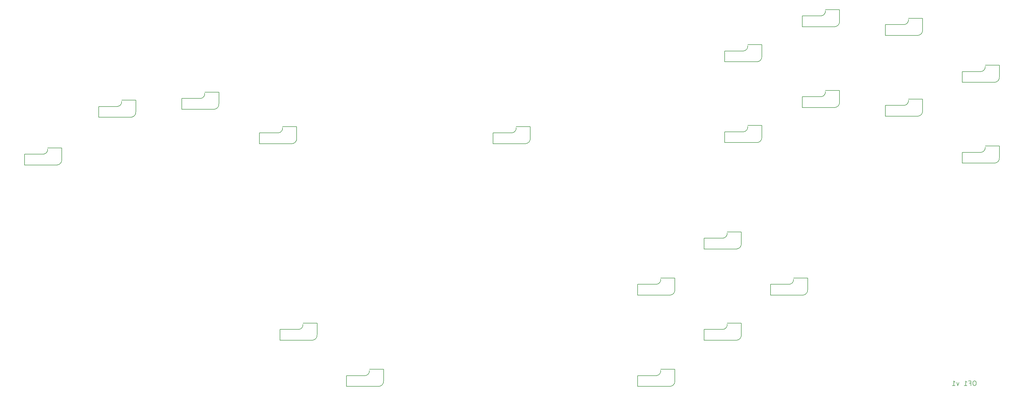
<source format=gbr>
%TF.GenerationSoftware,KiCad,Pcbnew,(6.0.5)*%
%TF.CreationDate,2022-06-18T14:01:59-07:00*%
%TF.ProjectId,OF1 v1,4f463120-7631-42e6-9b69-6361645f7063,rev?*%
%TF.SameCoordinates,Original*%
%TF.FileFunction,Legend,Bot*%
%TF.FilePolarity,Positive*%
%FSLAX46Y46*%
G04 Gerber Fmt 4.6, Leading zero omitted, Abs format (unit mm)*
G04 Created by KiCad (PCBNEW (6.0.5)) date 2022-06-18 14:01:59*
%MOMM*%
%LPD*%
G01*
G04 APERTURE LIST*
%ADD10C,0.142240*%
%ADD11C,0.127000*%
G04 APERTURE END LIST*
D10*
X307707604Y-170039946D02*
X307396030Y-170039946D01*
X307240244Y-170117840D01*
X307084457Y-170273626D01*
X307006564Y-170585200D01*
X307006564Y-171130453D01*
X307084457Y-171442026D01*
X307240244Y-171597813D01*
X307396030Y-171675706D01*
X307707604Y-171675706D01*
X307863390Y-171597813D01*
X308019177Y-171442026D01*
X308097070Y-171130453D01*
X308097070Y-170585200D01*
X308019177Y-170273626D01*
X307863390Y-170117840D01*
X307707604Y-170039946D01*
X305760270Y-170818880D02*
X306305524Y-170818880D01*
X306305524Y-171675706D02*
X306305524Y-170039946D01*
X305526590Y-170039946D01*
X304046617Y-171675706D02*
X304981337Y-171675706D01*
X304513977Y-171675706D02*
X304513977Y-170039946D01*
X304669764Y-170273626D01*
X304825550Y-170429413D01*
X304981337Y-170507306D01*
X302255070Y-170585200D02*
X301865604Y-171675706D01*
X301476137Y-170585200D01*
X299996164Y-171675706D02*
X300930884Y-171675706D01*
X300463524Y-171675706D02*
X300463524Y-170039946D01*
X300619310Y-170273626D01*
X300775097Y-170429413D01*
X300930884Y-170507306D01*
D11*
%TO.C,U$1*%
X-5572900Y-96275600D02*
G75*
G03*
X-4048900Y-94370600I-190500J1714500D01*
G01*
X-4048900Y-90433600D02*
X-4048900Y-94370600D01*
X-10271900Y-92592600D02*
X-16748900Y-92592600D01*
X-10271901Y-92592601D02*
G75*
G03*
X-8874900Y-90814600I-190500J1587501D01*
G01*
X-4048900Y-90433600D02*
X-8874900Y-90433600D01*
X-16748900Y-96275600D02*
X-5572900Y-96275600D01*
X-16748900Y-96275600D02*
X-16748900Y-92592600D01*
%TO.C,U$10*%
X259947100Y-49030600D02*
G75*
G03*
X261471100Y-47125600I-190500J1714500D01*
G01*
X261471100Y-43188600D02*
X261471100Y-47125600D01*
X255248100Y-45347600D02*
X248771100Y-45347600D01*
X255248099Y-45347601D02*
G75*
G03*
X256645100Y-43569600I-190500J1587501D01*
G01*
X261471100Y-43188600D02*
X256645100Y-43188600D01*
X248771100Y-49030600D02*
X259947100Y-49030600D01*
X248771100Y-49030600D02*
X248771100Y-45347600D01*
%TO.C,U$11*%
X288302100Y-52005600D02*
G75*
G03*
X289826100Y-50100600I-190500J1714500D01*
G01*
X289826100Y-46163600D02*
X289826100Y-50100600D01*
X283603100Y-48322600D02*
X277126100Y-48322600D01*
X283603099Y-48322601D02*
G75*
G03*
X285000100Y-46544600I-190500J1587501D01*
G01*
X289826100Y-46163600D02*
X285000100Y-46163600D01*
X277126100Y-52005600D02*
X288302100Y-52005600D01*
X277126100Y-52005600D02*
X277126100Y-48322600D01*
%TO.C,U$12*%
X314525100Y-68041600D02*
G75*
G03*
X316049100Y-66136600I-190500J1714500D01*
G01*
X316049100Y-62199600D02*
X316049100Y-66136600D01*
X309826100Y-64358600D02*
X303349100Y-64358600D01*
X309826099Y-64358601D02*
G75*
G03*
X311223100Y-62580600I-190500J1587501D01*
G01*
X316049100Y-62199600D02*
X311223100Y-62199600D01*
X303349100Y-68041600D02*
X314525100Y-68041600D01*
X303349100Y-68041600D02*
X303349100Y-64358600D01*
%TO.C,U$13*%
X233429100Y-88635600D02*
G75*
G03*
X234953100Y-86730600I-190500J1714500D01*
G01*
X234953100Y-82793600D02*
X234953100Y-86730600D01*
X228730100Y-84952600D02*
X222253100Y-84952600D01*
X228730099Y-84952601D02*
G75*
G03*
X230127100Y-83174600I-190500J1587501D01*
G01*
X234953100Y-82793600D02*
X230127100Y-82793600D01*
X222253100Y-88635600D02*
X233429100Y-88635600D01*
X222253100Y-88635600D02*
X222253100Y-84952600D01*
%TO.C,U$14*%
X259947100Y-76640600D02*
G75*
G03*
X261471100Y-74735600I-190500J1714500D01*
G01*
X261471100Y-70798600D02*
X261471100Y-74735600D01*
X255248100Y-72957600D02*
X248771100Y-72957600D01*
X255248099Y-72957601D02*
G75*
G03*
X256645100Y-71179600I-190500J1587501D01*
G01*
X261471100Y-70798600D02*
X256645100Y-70798600D01*
X248771100Y-76640600D02*
X259947100Y-76640600D01*
X248771100Y-76640600D02*
X248771100Y-72957600D01*
%TO.C,U$15*%
X288302100Y-79615600D02*
G75*
G03*
X289826100Y-77710600I-190500J1714500D01*
G01*
X289826100Y-73773600D02*
X289826100Y-77710600D01*
X283603100Y-75932600D02*
X277126100Y-75932600D01*
X283603099Y-75932601D02*
G75*
G03*
X285000100Y-74154600I-190500J1587501D01*
G01*
X289826100Y-73773600D02*
X285000100Y-73773600D01*
X277126100Y-79615600D02*
X288302100Y-79615600D01*
X277126100Y-79615600D02*
X277126100Y-75932600D01*
%TO.C,U$16*%
X314525100Y-95651600D02*
G75*
G03*
X316049100Y-93746600I-190500J1714500D01*
G01*
X316049100Y-89809600D02*
X316049100Y-93746600D01*
X309826100Y-91968600D02*
X303349100Y-91968600D01*
X309826099Y-91968601D02*
G75*
G03*
X311223100Y-90190600I-190500J1587501D01*
G01*
X316049100Y-89809600D02*
X311223100Y-89809600D01*
X303349100Y-95651600D02*
X314525100Y-95651600D01*
X303349100Y-95651600D02*
X303349100Y-91968600D01*
%TO.C,U$17*%
X226414100Y-124975600D02*
G75*
G03*
X227938100Y-123070600I-190500J1714500D01*
G01*
X227938100Y-119133600D02*
X227938100Y-123070600D01*
X221715100Y-121292600D02*
X215238100Y-121292600D01*
X221715099Y-121292601D02*
G75*
G03*
X223112100Y-119514600I-190500J1587501D01*
G01*
X227938100Y-119133600D02*
X223112100Y-119133600D01*
X215238100Y-124975600D02*
X226414100Y-124975600D01*
X215238100Y-124975600D02*
X215238100Y-121292600D01*
%TO.C,U$18*%
X203727100Y-140745600D02*
G75*
G03*
X205251100Y-138840600I-190500J1714500D01*
G01*
X205251100Y-134903600D02*
X205251100Y-138840600D01*
X199028100Y-137062600D02*
X192551100Y-137062600D01*
X199028099Y-137062601D02*
G75*
G03*
X200425100Y-135284600I-190500J1587501D01*
G01*
X205251100Y-134903600D02*
X200425100Y-134903600D01*
X192551100Y-140745600D02*
X203727100Y-140745600D01*
X192551100Y-140745600D02*
X192551100Y-137062600D01*
%TO.C,U$19*%
X249071100Y-140745600D02*
G75*
G03*
X250595100Y-138840600I-190500J1714500D01*
G01*
X250595100Y-134903600D02*
X250595100Y-138840600D01*
X244372100Y-137062600D02*
X237895100Y-137062600D01*
X244372099Y-137062601D02*
G75*
G03*
X245769100Y-135284600I-190500J1587501D01*
G01*
X250595100Y-134903600D02*
X245769100Y-134903600D01*
X237895100Y-140745600D02*
X249071100Y-140745600D01*
X237895100Y-140745600D02*
X237895100Y-137062600D01*
%TO.C,U$2*%
X19707100Y-79972600D02*
G75*
G03*
X21231100Y-78067600I-190500J1714500D01*
G01*
X21231100Y-74130600D02*
X21231100Y-78067600D01*
X15008100Y-76289600D02*
X8531100Y-76289600D01*
X15008099Y-76289601D02*
G75*
G03*
X16405100Y-74511600I-190500J1587501D01*
G01*
X21231100Y-74130600D02*
X16405100Y-74130600D01*
X8531100Y-79972600D02*
X19707100Y-79972600D01*
X8531100Y-79972600D02*
X8531100Y-76289600D01*
%TO.C,U$20*%
X226414100Y-156160600D02*
G75*
G03*
X227938100Y-154255600I-190500J1714500D01*
G01*
X227938100Y-150318600D02*
X227938100Y-154255600D01*
X221715100Y-152477600D02*
X215238100Y-152477600D01*
X221715099Y-152477601D02*
G75*
G03*
X223112100Y-150699600I-190500J1587501D01*
G01*
X227938100Y-150318600D02*
X223112100Y-150318600D01*
X215238100Y-156160600D02*
X226414100Y-156160600D01*
X215238100Y-156160600D02*
X215238100Y-152477600D01*
%TO.C,U$21*%
X203727100Y-171930600D02*
G75*
G03*
X205251100Y-170025600I-190500J1714500D01*
G01*
X205251100Y-166088600D02*
X205251100Y-170025600D01*
X199028100Y-168247600D02*
X192551100Y-168247600D01*
X199028099Y-168247601D02*
G75*
G03*
X200425100Y-166469600I-190500J1587501D01*
G01*
X205251100Y-166088600D02*
X200425100Y-166088600D01*
X192551100Y-171930600D02*
X203727100Y-171930600D01*
X192551100Y-171930600D02*
X192551100Y-168247600D01*
%TO.C,U$4*%
X48063100Y-77246600D02*
G75*
G03*
X49587100Y-75341600I-190500J1714500D01*
G01*
X49587100Y-71404600D02*
X49587100Y-75341600D01*
X43364100Y-73563600D02*
X36887100Y-73563600D01*
X43364099Y-73563601D02*
G75*
G03*
X44761100Y-71785600I-190500J1587501D01*
G01*
X49587100Y-71404600D02*
X44761100Y-71404600D01*
X36887100Y-77246600D02*
X48063100Y-77246600D01*
X36887100Y-77246600D02*
X36887100Y-73563600D01*
%TO.C,U$5*%
X74635100Y-89009600D02*
G75*
G03*
X76159100Y-87104600I-190500J1714500D01*
G01*
X76159100Y-83167600D02*
X76159100Y-87104600D01*
X69936100Y-85326600D02*
X63459100Y-85326600D01*
X69936099Y-85326601D02*
G75*
G03*
X71333100Y-83548600I-190500J1587501D01*
G01*
X76159100Y-83167600D02*
X71333100Y-83167600D01*
X63459100Y-89009600D02*
X74635100Y-89009600D01*
X63459100Y-89009600D02*
X63459100Y-85326600D01*
%TO.C,U$6*%
X81594100Y-156160600D02*
G75*
G03*
X83118100Y-154255600I-190500J1714500D01*
G01*
X83118100Y-150318600D02*
X83118100Y-154255600D01*
X76895100Y-152477600D02*
X70418100Y-152477600D01*
X76895099Y-152477601D02*
G75*
G03*
X78292100Y-150699600I-190500J1587501D01*
G01*
X83118100Y-150318600D02*
X78292100Y-150318600D01*
X70418100Y-156160600D02*
X81594100Y-156160600D01*
X70418100Y-156160600D02*
X70418100Y-152477600D01*
%TO.C,U$7*%
X104282100Y-171929600D02*
G75*
G03*
X105806100Y-170024600I-190500J1714500D01*
G01*
X105806100Y-166087600D02*
X105806100Y-170024600D01*
X99583100Y-168246600D02*
X93106100Y-168246600D01*
X99583099Y-168246601D02*
G75*
G03*
X100980100Y-166468600I-190500J1587501D01*
G01*
X105806100Y-166087600D02*
X100980100Y-166087600D01*
X93106100Y-171929600D02*
X104282100Y-171929600D01*
X93106100Y-171929600D02*
X93106100Y-168246600D01*
%TO.C,U$8*%
X154367100Y-89009600D02*
G75*
G03*
X155891100Y-87104600I-190500J1714500D01*
G01*
X155891100Y-83167600D02*
X155891100Y-87104600D01*
X149668100Y-85326600D02*
X143191100Y-85326600D01*
X149668099Y-85326601D02*
G75*
G03*
X151065100Y-83548600I-190500J1587501D01*
G01*
X155891100Y-83167600D02*
X151065100Y-83167600D01*
X143191100Y-89009600D02*
X154367100Y-89009600D01*
X143191100Y-89009600D02*
X143191100Y-85326600D01*
%TO.C,U$9*%
X233429100Y-61026600D02*
G75*
G03*
X234953100Y-59121600I-190500J1714500D01*
G01*
X234953100Y-55184600D02*
X234953100Y-59121600D01*
X228730100Y-57343600D02*
X222253100Y-57343600D01*
X228730099Y-57343601D02*
G75*
G03*
X230127100Y-55565600I-190500J1587501D01*
G01*
X234953100Y-55184600D02*
X230127100Y-55184600D01*
X222253100Y-61026600D02*
X233429100Y-61026600D01*
X222253100Y-61026600D02*
X222253100Y-57343600D01*
%TD*%
M02*

</source>
